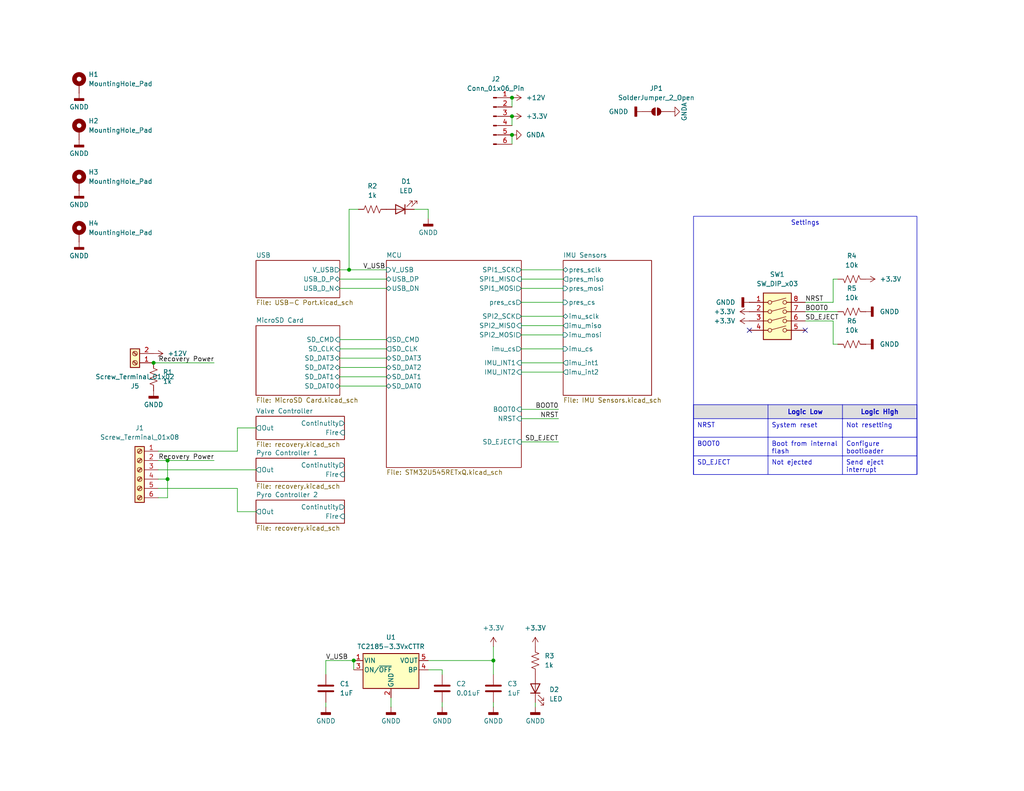
<source format=kicad_sch>
(kicad_sch (version 20250114) (generator "eeschema") (generator_version "9.0")
  (paper "USLetter")
  (title_block (title "Control Module") (date "2025-04-10") (rev "1") (company "Rowan Rocketry"))
  (lib_symbols
    (symbol "Connector:Conn_01x06_Pin" (pin_names (offset 1.016) (hide yes))
      (property "Reference" "J" (at 0 7.62 0))
      (property "Value" "Conn_01x06_Pin" (at 0 -10.16 0))
      (symbol "Conn_01x06_Pin_1_1"
        (rectangle (start 0.8636 5.207) (end 0 4.953) (stroke (width 0.1524)) (fill (type outline)))
        (rectangle (start 0.8636 2.667) (end 0 2.413) (stroke (width 0.1524)) (fill (type outline)))
        (rectangle (start 0.8636 0.127) (end 0 -0.127) (stroke (width 0.1524)) (fill (type outline)))
        (rectangle (start 0.8636 -2.413) (end 0 -2.667) (stroke (width 0.1524)) (fill (type outline)))
        (rectangle (start 0.8636 -4.953) (end 0 -5.207) (stroke (width 0.1524)) (fill (type outline)))
        (rectangle (start 0.8636 -7.493) (end 0 -7.747) (stroke (width 0.1524)) (fill (type outline)))
        (polyline (pts (xy 1.27 5.08) (xy 0.8636 5.08)) (stroke (width 0.1524)))
        (polyline (pts (xy 1.27 2.54) (xy 0.8636 2.54)) (stroke (width 0.1524)))
        (polyline (pts (xy 1.27 0) (xy 0.8636 0)) (stroke (width 0.1524)))
        (polyline (pts (xy 1.27 -2.54) (xy 0.8636 -2.54)) (stroke (width 0.1524)))
        (polyline (pts (xy 1.27 -5.08) (xy 0.8636 -5.08)) (stroke (width 0.1524)))
        (polyline (pts (xy 1.27 -7.62) (xy 0.8636 -7.62)) (stroke (width 0.1524)))
        (pin passive line (at 5.08 5.08 180) (length 3.81) (name "Pin_1") (number "1"))
        (pin passive line (at 5.08 2.54 180) (length 3.81) (name "Pin_2") (number "2"))
        (pin passive line (at 5.08 0 180) (length 3.81) (name "Pin_3") (number "3"))
        (pin passive line (at 5.08 -2.54 180) (length 3.81) (name "Pin_4") (number "4"))
        (pin passive line (at 5.08 -5.08 180) (length 3.81) (name "Pin_5") (number "5"))
        (pin passive line (at 5.08 -7.62 180) (length 3.81) (name "Pin_6") (number "6"))
      )
    )
    (symbol "Connector:Screw_Terminal_01x02" (pin_names (offset 1.016) (hide yes))
      (property "Reference" "J" (at 0 2.54 0))
      (property "Value" "Screw_Terminal_01x02" (at 0 -5.08 0))
      (symbol "Screw_Terminal_01x02_1_1"
        (rectangle (start -1.27 1.27) (end 1.27 -3.81) (stroke (width 0.254)) (fill (type background)))
        (polyline (pts (xy -0.5334 0.3302) (xy 0.3302 -0.508)) (stroke (width 0.1524)))
        (polyline (pts (xy -0.5334 -2.2098) (xy 0.3302 -3.048)) (stroke (width 0.1524)))
        (polyline (pts (xy -0.3556 0.508) (xy 0.508 -0.3302)) (stroke (width 0.1524)))
        (polyline (pts (xy -0.3556 -2.032) (xy 0.508 -2.8702)) (stroke (width 0.1524)))
        (circle (center 0 0) (radius 0.635) (stroke (width 0.1524)))
        (circle (center 0 -2.54) (radius 0.635) (stroke (width 0.1524)))
        (pin passive line (at -5.08 0 0) (length 3.81) (name "Pin_1") (number "1"))
        (pin passive line (at -5.08 -2.54 0) (length 3.81) (name "Pin_2") (number "2"))
      )
    )
    (symbol "Connector:Screw_Terminal_01x06" (pin_names (offset 1.016) (hide yes))
      (property "Reference" "J" (at 0 7.62 0))
      (property "Value" "Screw_Terminal_01x06" (at 0 -10.16 0))
      (symbol "Screw_Terminal_01x06_1_1"
        (rectangle (start -1.27 6.35) (end 1.27 -8.89) (stroke (width 0.254)) (fill (type background)))
        (polyline (pts (xy -0.5334 5.4102) (xy 0.3302 4.572)) (stroke (width 0.1524)))
        (polyline (pts (xy -0.5334 2.8702) (xy 0.3302 2.032)) (stroke (width 0.1524)))
        (polyline (pts (xy -0.5334 0.3302) (xy 0.3302 -0.508)) (stroke (width 0.1524)))
        (polyline (pts (xy -0.5334 -2.2098) (xy 0.3302 -3.048)) (stroke (width 0.1524)))
        (polyline (pts (xy -0.5334 -4.7498) (xy 0.3302 -5.588)) (stroke (width 0.1524)))
        (polyline (pts (xy -0.5334 -7.2898) (xy 0.3302 -8.128)) (stroke (width 0.1524)))
        (polyline (pts (xy -0.3556 5.588) (xy 0.508 4.7498)) (stroke (width 0.1524)))
        (polyline (pts (xy -0.3556 3.048) (xy 0.508 2.2098)) (stroke (width 0.1524)))
        (polyline (pts (xy -0.3556 0.508) (xy 0.508 -0.3302)) (stroke (width 0.1524)))
        (polyline (pts (xy -0.3556 -2.032) (xy 0.508 -2.8702)) (stroke (width 0.1524)))
        (polyline (pts (xy -0.3556 -4.572) (xy 0.508 -5.4102)) (stroke (width 0.1524)))
        (polyline (pts (xy -0.3556 -7.112) (xy 0.508 -7.9502)) (stroke (width 0.1524)))
        (circle (center 0 5.08) (radius 0.635) (stroke (width 0.1524)))
        (circle (center 0 2.54) (radius 0.635) (stroke (width 0.1524)))
        (circle (center 0 0) (radius 0.635) (stroke (width 0.1524)))
        (circle (center 0 -2.54) (radius 0.635) (stroke (width 0.1524)))
        (circle (center 0 -5.08) (radius 0.635) (stroke (width 0.1524)))
        (circle (center 0 -7.62) (radius 0.635) (stroke (width 0.1524)))
        (pin passive line (at -5.08 5.08 0) (length 3.81) (name "Pin_1") (number "1"))
        (pin passive line (at -5.08 2.54 0) (length 3.81) (name "Pin_2") (number "2"))
        (pin passive line (at -5.08 0 0) (length 3.81) (name "Pin_3") (number "3"))
        (pin passive line (at -5.08 -2.54 0) (length 3.81) (name "Pin_4") (number "4"))
        (pin passive line (at -5.08 -5.08 0) (length 3.81) (name "Pin_5") (number "5"))
        (pin passive line (at -5.08 -7.62 0) (length 3.81) (name "Pin_6") (number "6"))
      )
    )
    (symbol "Device:C" (pin_numbers (hide yes)) (pin_names (offset 0.254))
      (property "Reference" "C" (at 0.635 2.54 0))
      (property "Value" "C" (at 0.635 -2.54 0))
      (symbol "C_0_1"
        (polyline (pts (xy -2.032 0.762) (xy 2.032 0.762)) (stroke (width 0.508)))
        (polyline (pts (xy -2.032 -0.762) (xy 2.032 -0.762)) (stroke (width 0.508)))
      )
      (symbol "C_1_1"
        (pin passive line (at 0 3.81 270) (length 2.794) (name "~") (number "1"))
        (pin passive line (at 0 -3.81 90) (length 2.794) (name "~") (number "2"))
      )
    )
    (symbol "Device:LED" (pin_numbers (hide yes)) (pin_names (offset 1.016) (hide yes))
      (property "Reference" "D" (at 0 2.54 0))
      (property "Value" "LED" (at 0 -2.54 0))
      (symbol "LED_0_1"
        (polyline (pts (xy -3.048 -0.762) (xy -4.572 -2.286) (xy -3.81 -2.286) (xy -4.572 -2.286) (xy -4.572 -1.524)))
        (polyline (pts (xy -1.778 -0.762) (xy -3.302 -2.286) (xy -2.54 -2.286) (xy -3.302 -2.286) (xy -3.302 -1.524)))
        (polyline (pts (xy -1.27 0) (xy 1.27 0)))
        (polyline (pts (xy -1.27 -1.27) (xy -1.27 1.27)) (stroke (width 0.254)))
        (polyline (pts (xy 1.27 -1.27) (xy 1.27 1.27) (xy -1.27 0) (xy 1.27 -1.27)) (stroke (width 0.254)))
      )
      (symbol "LED_1_1"
        (pin passive line (at -3.81 0 0) (length 2.54) (name "K") (number "1"))
        (pin passive line (at 3.81 0 180) (length 2.54) (name "A") (number "2"))
      )
    )
    (symbol "Device:R_US" (pin_numbers (hide yes)) (pin_names (offset 0))
      (property "Reference" "R" (at 2.54 0 90))
      (property "Value" "R_US" (at -2.54 0 90))
      (symbol "R_US_0_1"
        (polyline (pts (xy 0 2.286) (xy 0 2.54)))
        (polyline (pts (xy 0 2.286) (xy 1.016 1.905) (xy 0 1.524) (xy -1.016 1.143) (xy 0 0.762)))
        (polyline (pts (xy 0 0.762) (xy 1.016 0.381) (xy 0 0) (xy -1.016 -0.381) (xy 0 -0.762)))
        (polyline (pts (xy 0 -0.762) (xy 1.016 -1.143) (xy 0 -1.524) (xy -1.016 -1.905) (xy 0 -2.286)))
        (polyline (pts (xy 0 -2.286) (xy 0 -2.54)))
      )
      (symbol "R_US_1_1"
        (pin passive line (at 0 3.81 270) (length 1.27) (name "~") (number "1"))
        (pin passive line (at 0 -3.81 90) (length 1.27) (name "~") (number "2"))
      )
    )
    (symbol "Jumper:SolderJumper_2_Open" (pin_numbers (hide yes)) (pin_names (offset 0) (hide yes)) (in_bom no)
      (property "Reference" "JP" (at 0 2.032 0))
      (property "Value" "SolderJumper_2_Open" (at 0 -2.54 0))
      (symbol "SolderJumper_2_Open_0_1"
        (polyline (pts (xy -0.254 1.016) (xy -0.254 -1.016)))
        (arc (start -0.254 -1.016) (mid -1.2656 0) (end -0.254 1.016))
        (arc (start -0.254 -1.016) (mid -1.2656 0) (end -0.254 1.016) (fill (type outline)))
        (arc (start 0.254 1.016) (mid 1.2656 0) (end 0.254 -1.016))
        (arc (start 0.254 1.016) (mid 1.2656 0) (end 0.254 -1.016) (fill (type outline)))
        (polyline (pts (xy 0.254 1.016) (xy 0.254 -1.016)))
      )
      (symbol "SolderJumper_2_Open_1_1"
        (pin passive line (at -3.81 0 0) (length 2.54) (name "A") (number "1"))
        (pin passive line (at 3.81 0 180) (length 2.54) (name "B") (number "2"))
      )
    )
    (symbol "Mechanical:MountingHole_Pad" (pin_numbers (hide yes)) (pin_names (offset 1.016) (hide yes)) (exclude_from_sim yes) (in_bom no)
      (property "Reference" "H" (at 0 6.35 0))
      (property "Value" "MountingHole_Pad" (at 0 4.445 0))
      (symbol "MountingHole_Pad_0_1"
        (circle (center 0 1.27) (radius 1.27) (stroke (width 1.27)))
      )
      (symbol "MountingHole_Pad_1_1"
        (pin input line (at 0 -2.54 90) (length 2.54) (name "1") (number "1"))
      )
    )
    (symbol "Regulator_Linear:TC2185-3.3VxCTTR" (pin_names (offset 0.254))
      (property "Reference" "U" (at -6.35 5.715 0))
      (property "Value" "TC2185-3.3VxCTTR" (at 0 5.715 0))
      (symbol "TC2185-3.3VxCTTR_0_1"
        (rectangle (start -7.62 -5.08) (end 7.62 4.445) (stroke (width 0.254)) (fill (type background)))
      )
      (symbol "TC2185-3.3VxCTTR_1_1"
        (pin power_in line (at -10.16 2.54 0) (length 2.54) (name "VIN") (number "1"))
        (pin input line (at -10.16 0 0) (length 2.54) (name "ON/~{OFF}") (number "3"))
        (pin power_in line (at 0 -7.62 90) (length 2.54) (name "GND") (number "2"))
        (pin power_out line (at 10.16 2.54 180) (length 2.54) (name "VOUT") (number "5"))
        (pin input line (at 10.16 0 180) (length 2.54) (name "BP") (number "4"))
      )
    )
    (symbol "Switch:SW_DIP_x04" (pin_names (offset 0) (hide yes))
      (property "Reference" "SW" (at 0 8.89 0))
      (property "Value" "SW_DIP_x04" (at 0 -6.35 0))
      (symbol "SW_DIP_x04_0_0"
        (circle (center -2.032 5.08) (radius 0.508))
        (circle (center -2.032 2.54) (radius 0.508))
        (circle (center -2.032 0) (radius 0.508))
        (circle (center -2.032 -2.54) (radius 0.508))
        (polyline (pts (xy -1.524 5.207) (xy 2.3622 6.2484)))
        (polyline (pts (xy -1.524 2.667) (xy 2.3622 3.7084)))
        (polyline (pts (xy -1.524 0.127) (xy 2.3622 1.1684)))
        (polyline (pts (xy -1.524 -2.3876) (xy 2.3622 -1.3462)))
        (circle (center 2.032 5.08) (radius 0.508))
        (circle (center 2.032 2.54) (radius 0.508))
        (circle (center 2.032 0) (radius 0.508))
        (circle (center 2.032 -2.54) (radius 0.508))
      )
      (symbol "SW_DIP_x04_0_1"
        (rectangle (start -3.81 7.62) (end 3.81 -5.08) (stroke (width 0.254)) (fill (type background)))
      )
      (symbol "SW_DIP_x04_1_1"
        (pin passive line (at -7.62 5.08 0) (length 5.08) (name "~") (number "1"))
        (pin passive line (at -7.62 2.54 0) (length 5.08) (name "~") (number "2"))
        (pin passive line (at -7.62 0 0) (length 5.08) (name "~") (number "3"))
        (pin passive line (at -7.62 -2.54 0) (length 5.08) (name "~") (number "4"))
        (pin passive line (at 7.62 5.08 180) (length 5.08) (name "~") (number "8"))
        (pin passive line (at 7.62 2.54 180) (length 5.08) (name "~") (number "7"))
        (pin passive line (at 7.62 0 180) (length 5.08) (name "~") (number "6"))
        (pin passive line (at 7.62 -2.54 180) (length 5.08) (name "~") (number "5"))
      )
    )
    (symbol "power:+12V" (power) (pin_numbers (hide yes)) (pin_names (offset 0) (hide yes))
      (property "Value" "+12V" (at 0 3.556 0))
      (symbol "+12V_0_1"
        (polyline (pts (xy -0.762 1.27) (xy 0 2.54)))
        (polyline (pts (xy 0 2.54) (xy 0.762 1.27)))
        (polyline (pts (xy 0 0) (xy 0 2.54)))
      )
      (symbol "+12V_1_1"
        (pin power_in line (at 0 0 90) (length 0) (name "~") (number "1"))
      )
    )
    (symbol "power:+3.3V" (power) (pin_numbers (hide yes)) (pin_names (offset 0) (hide yes))
      (property "Value" "+3.3V" (at 0 3.556 0))
      (symbol "+3.3V_0_1"
        (polyline (pts (xy -0.762 1.27) (xy 0 2.54)))
        (polyline (pts (xy 0 2.54) (xy 0.762 1.27)))
        (polyline (pts (xy 0 0) (xy 0 2.54)))
      )
      (symbol "+3.3V_1_1"
        (pin power_in line (at 0 0 90) (length 0) (name "~") (number "1"))
      )
    )
    (symbol "power:GNDA" (power) (pin_numbers (hide yes)) (pin_names (offset 0) (hide yes))
      (property "Value" "GNDA" (at 0 -3.81 0))
      (symbol "GNDA_0_1"
        (polyline (pts (xy 0 0) (xy 0 -1.27) (xy 1.27 -1.27) (xy 0 -2.54) (xy -1.27 -1.27) (xy 0 -1.27)))
      )
      (symbol "GNDA_1_1"
        (pin power_in line (at 0 0 270) (length 0) (name "~") (number "1"))
      )
    )
    (symbol "power:GNDD" (power) (pin_numbers (hide yes)) (pin_names (offset 0) (hide yes))
      (property "Value" "GNDD" (at 0 -3.175 0))
      (symbol "GNDD_0_1"
        (rectangle (start -1.27 -1.524) (end 1.27 -2.032) (stroke (width 0.254)) (fill (type outline)))
        (polyline (pts (xy 0 0) (xy 0 -1.524)))
      )
      (symbol "GNDD_1_1"
        (pin power_in line (at 0 0 270) (length 0) (name "~") (number "1"))
      )
    )
  )
  (rectangle (start 189.23 59.055) (end 250.19 129.54))
  (text "Settings" (at 219.71 60.96 0) (effects (font (size 1.27 1.27))))
  (junction (at 139.7 26.67))
  (junction (at 96.52 180.34))
  (junction (at 45.72 125.73))
  (junction (at 45.72 130.81))
  (junction (at 139.7 36.83))
  (junction (at 139.7 31.75))
  (junction (at 95.25 73.66))
  (junction (at 134.62 180.34))
  (junction (at 41.91 99.06))
  (no_connect (at 219.71 90.17))
  (no_connect (at 204.47 90.17))
  (wire (pts (xy 142.24 86.36) (xy 153.67 86.36)))
  (wire (pts (xy 64.77 123.19) (xy 64.77 116.84)))
  (wire (pts (xy 227.33 93.98) (xy 228.6 93.98)))
  (wire (pts (xy 227.33 76.2) (xy 227.33 82.55)))
  (wire (pts (xy 64.77 139.7) (xy 64.77 133.35)))
  (wire (pts (xy 116.84 59.69) (xy 116.84 57.15)))
  (wire (pts (xy 106.68 193.04) (xy 106.68 190.5)))
  (wire (pts (xy 64.77 133.35) (xy 43.18 133.35)))
  (wire (pts (xy 45.72 135.89) (xy 45.72 130.81)))
  (wire (pts (xy 58.42 99.06) (xy 41.91 99.06)))
  (wire (pts (xy 92.71 105.41) (xy 105.41 105.41)))
  (wire (pts (xy 142.24 91.44) (xy 153.67 91.44)))
  (wire (pts (xy 134.62 191.77) (xy 134.62 193.04)))
  (wire (pts (xy 134.62 176.53) (xy 134.62 180.34)))
  (wire (pts (xy 116.84 182.88) (xy 120.65 182.88)))
  (wire (pts (xy 92.71 78.74) (xy 105.41 78.74)))
  (wire (pts (xy 227.33 87.63) (xy 219.71 87.63)))
  (wire (pts (xy 134.62 180.34) (xy 134.62 184.15)))
  (wire (pts (xy 88.9 184.15) (xy 88.9 180.34)))
  (wire (pts (xy 88.9 180.34) (xy 96.52 180.34)))
  (wire (pts (xy 152.4 111.76) (xy 142.24 111.76)))
  (wire (pts (xy 43.18 130.81) (xy 45.72 130.81)))
  (wire (pts (xy 142.24 76.2) (xy 153.67 76.2)))
  (wire (pts (xy 69.85 139.7) (xy 64.77 139.7)))
  (wire (pts (xy 139.7 26.67) (xy 139.7 29.21)))
  (wire (pts (xy 120.65 182.88) (xy 120.65 184.15)))
  (wire (pts (xy 43.18 135.89) (xy 45.72 135.89)))
  (wire (pts (xy 92.71 76.2) (xy 105.41 76.2)))
  (wire (pts (xy 45.72 125.73) (xy 58.42 125.73)))
  (wire (pts (xy 227.33 93.98) (xy 227.33 87.63)))
  (wire (pts (xy 227.33 82.55) (xy 219.71 82.55)))
  (wire (pts (xy 139.7 36.83) (xy 139.7 39.37)))
  (wire (pts (xy 43.18 125.73) (xy 45.72 125.73)))
  (wire (pts (xy 64.77 116.84) (xy 69.85 116.84)))
  (wire (pts (xy 219.71 85.09) (xy 228.6 85.09)))
  (wire (pts (xy 92.71 100.33) (xy 105.41 100.33)))
  (wire (pts (xy 142.24 73.66) (xy 153.67 73.66)))
  (wire (pts (xy 142.24 101.6) (xy 153.67 101.6)))
  (wire (pts (xy 142.24 82.55) (xy 153.67 82.55)))
  (wire (pts (xy 92.71 95.25) (xy 105.41 95.25)))
  (wire (pts (xy 116.84 57.15) (xy 113.03 57.15)))
  (wire (pts (xy 120.65 193.04) (xy 120.65 191.77)))
  (wire (pts (xy 95.25 57.15) (xy 95.25 73.66)))
  (wire (pts (xy 97.79 57.15) (xy 95.25 57.15)))
  (wire (pts (xy 92.71 73.66) (xy 95.25 73.66)))
  (wire (pts (xy 45.72 130.81) (xy 45.72 125.73)))
  (wire (pts (xy 142.24 78.74) (xy 153.67 78.74)))
  (wire (pts (xy 146.05 193.04) (xy 146.05 191.77)))
  (wire (pts (xy 43.18 128.27) (xy 69.85 128.27)))
  (wire (pts (xy 88.9 191.77) (xy 88.9 193.04)))
  (wire (pts (xy 152.4 114.3) (xy 142.24 114.3)))
  (wire (pts (xy 92.71 92.71) (xy 105.41 92.71)))
  (wire (pts (xy 142.24 95.25) (xy 153.67 95.25)))
  (wire (pts (xy 92.71 97.79) (xy 105.41 97.79)))
  (wire (pts (xy 116.84 180.34) (xy 134.62 180.34)))
  (wire (pts (xy 96.52 180.34) (xy 96.52 182.88)))
  (wire (pts (xy 142.24 99.06) (xy 153.67 99.06)))
  (wire (pts (xy 152.4 120.65) (xy 142.24 120.65)))
  (wire (pts (xy 139.7 31.75) (xy 139.7 34.29)))
  (wire (pts (xy 43.18 123.19) (xy 64.77 123.19)))
  (wire (pts (xy 92.71 102.87) (xy 105.41 102.87)))
  (wire (pts (xy 142.24 88.9) (xy 153.67 88.9)))
  (wire (pts (xy 227.33 76.2) (xy 228.6 76.2)))
  (wire (pts (xy 95.25 73.66) (xy 105.41 73.66)))
  (table (column_count 3) (border (external yes) (header yes)) (separators (rows yes) (cols yes)) (column_widths 20.32 20.32 20.32) (row_heights 3.81 5.08 5.08 5.08) (cells (table_cell "" (at 189.23 110.49 0) (size 20.32 3.81) (margins 0.9525 0.9525 0.9525 0.9525) (span 1 1) (fill (type color) (color 0 0 0 0.1254901961))) (table_cell "Logic Low" (at 209.55 110.49 0) (size 20.32 3.81) (margins 0.9525 0.9525 0.9525 0.9525) (span 1 1) (fill (type color) (color 0 0 0 0.1254901961))) (table_cell "Logic High" (at 229.87 110.49 0) (size 20.32 3.81) (margins 0.9525 0.9525 0.9525 0.9525) (span 1 1) (fill (type color) (color 0 0 0 0.1254901961))) (table_cell "NRST" (at 189.23 114.3 0) (size 20.32 5.08) (margins 0.9525 0.9525 0.9525 0.9525) (span 1 1)) (table_cell "System reset" (at 209.55 114.3 0) (size 20.32 5.08) (margins 0.9525 0.9525 0.9525 0.9525) (span 1 1)) (table_cell "Not resetting" (at 229.87 114.3 0) (size 20.32 5.08) (margins 0.9525 0.9525 0.9525 0.9525) (span 1 1)) (table_cell "BOOT0" (at 189.23 119.38 0) (size 20.32 5.08) (margins 0.9525 0.9525 0.9525 0.9525) (span 1 1)) (table_cell "Boot from internal flash" (at 209.55 119.38 0) (size 20.32 5.08) (margins 0.9525 0.9525 0.9525 0.9525) (span 1 1)) (table_cell "Configure bootloader" (at 229.87 119.38 0) (size 20.32 5.08) (margins 0.9525 0.9525 0.9525 0.9525) (span 1 1)) (table_cell "SD_EJECT" (at 189.23 124.46 0) (size 20.32 5.08) (margins 0.9525 0.9525 0.9525 0.9525) (span 1 1)) (table_cell "Not ejected" (at 209.55 124.46 0) (size 20.32 5.08) (margins 0.9525 0.9525 0.9525 0.9525) (span 1 1)) (table_cell "Send eject interrupt" (at 229.87 124.46 0) (size 20.32 5.08) (margins 0.9525 0.9525 0.9525 0.9525) (span 1 1))))
  (label "SD_EJECT" (at 219.71 87.63 0))
  (label "Recovery Power" (at 58.42 125.73 180))
  (label "SD_EJECT" (at 152.4 120.65 180))
  (label "V_USB" (at 99.06 73.66 0))
  (label "NRST" (at 152.4 114.3 180))
  (label "V_USB" (at 88.9 180.34 0))
  (label "BOOT0" (at 219.71 85.09 0))
  (label "NRST" (at 219.71 82.55 0))
  (label "Recovery Power" (at 58.42 99.06 180))
  (label "BOOT0" (at 152.4 111.76 180))
  (symbol (lib_id "power:GNDD") (at 41.91 106.68 0) (unit 1)
    (property "Reference" "#PWR06" (effects (hide yes)))
    (property "Value" "GNDD" (at 41.91 110.49 0))
    (property "Description" "Power symbol creates a global label with name \"GNDD\" , digital ground" (effects (hide yes)))
  )
  (symbol (lib_id "Mechanical:MountingHole_Pad") (at 21.59 49.53 0) (unit 1) (exclude_from_sim yes) (in_bom no)
    (property "Reference" "H3" (at 24.13 46.9899 0) (effects (justify left)))
    (property "Value" "MountingHole_Pad" (at 24.13 49.5299 0) (effects (justify left)))
    (property "Footprint" "MountingHole:MountingHole_3.2mm_M3_Pad_Via" (effects (hide yes)))
    (property "Description" "Mounting Hole with connection" (effects (hide yes)))
  )
  (symbol (lib_id "power:GNDD") (at 21.59 66.04 0) (unit 1)
    (property "Reference" "#PWR04" (effects (hide yes)))
    (property "Value" "GNDD" (at 21.59 69.85 0))
    (property "Description" "Power symbol creates a global label with name \"GNDD\" , digital ground" (effects (hide yes)))
  )
  (symbol (lib_id "power:GNDD") (at 134.62 193.04 0) (unit 1)
    (property "Reference" "#PWR015" (effects (hide yes)))
    (property "Value" "GNDD" (at 134.62 196.85 0))
    (property "Description" "Power symbol creates a global label with name \"GNDD\" , digital ground" (effects (hide yes)))
  )
  (symbol (lib_id "Mechanical:MountingHole_Pad") (at 21.59 22.86 0) (unit 1) (exclude_from_sim yes) (in_bom no)
    (property "Reference" "H1" (at 24.13 20.3199 0) (effects (justify left)))
    (property "Value" "MountingHole_Pad" (at 24.13 22.8599 0) (effects (justify left)))
    (property "Footprint" "MountingHole:MountingHole_3.2mm_M3_Pad_Via" (effects (hide yes)))
    (property "Description" "Mounting Hole with connection" (effects (hide yes)))
  )
  (symbol (lib_id "power:GNDD") (at 236.22 93.98 90) (unit 1)
    (property "Reference" "#PWR028" (effects (hide yes)))
    (property "Value" "GNDD" (at 240.03 93.9799 90) (effects (justify right)))
    (property "Description" "Power symbol creates a global label with name \"GNDD\" , digital ground" (effects (hide yes)))
  )
  (symbol (lib_id "power:+3.3V") (at 204.47 87.63 90) (unit 1)
    (property "Reference" "#PWR025" (effects (hide yes)))
    (property "Value" "+3.3V" (at 200.66 87.6299 90) (effects (justify left)))
    (property "Description" "Power symbol creates a global label with name \"+3.3V\"" (effects (hide yes)))
  )
  (symbol (lib_id "power:GNDD") (at 21.59 25.4 0) (unit 1)
    (property "Reference" "#PWR01" (effects (hide yes)))
    (property "Value" "GNDD" (at 21.59 29.21 0))
    (property "Description" "Power symbol creates a global label with name \"GNDD\" , digital ground" (effects (hide yes)))
  )
  (symbol (lib_id "Device:R_US") (at 232.41 85.09 90) (mirror x) (unit 1)
    (property "Reference" "R5" (at 232.41 78.74 90))
    (property "Value" "10k" (at 232.41 81.28 90))
    (property "Footprint" "Resistor_SMD:R_0603_1608Metric_Pad0.98x0.95mm_HandSolder" (effects (hide yes)))
    (property "Description" "Resistor, US symbol" (effects (hide yes)))
  )
  (symbol (lib_id "power:GNDD") (at 204.47 82.55 270) (unit 1)
    (property "Reference" "#PWR023" (effects (hide yes)))
    (property "Value" "GNDD" (at 200.66 82.5499 90) (effects (justify right)))
    (property "Description" "Power symbol creates a global label with name \"GNDD\" , digital ground" (effects (hide yes)))
  )
  (symbol (lib_id "Regulator_Linear:TC2185-3.3VxCTTR") (at 106.68 182.88 0) (unit 1)
    (property "Reference" "U1" (at 106.68 173.99 0))
    (property "Value" "TC2185-3.3VxCTTR" (at 106.68 176.53 0))
    (property "Footprint" "Package_TO_SOT_SMD:SOT-23-5" (effects (hide yes)))
    (property "Datasheet" "http://ww1.microchip.com/downloads/en/DeviceDoc/21662F.pdf" (effects (hide yes)))
    (property "Description" "3.3V 150mA CMOS LDO with Shutdown and Vref Bypass, SOT-23-5" (effects (hide yes)))
    (property "Purchase" "https://www.digikey.com/en/products/detail/microchip-technology/TC2185-3-3VCTTR/443217" (effects (hide yes)))
  )
  (symbol (lib_id "power:+12V") (at 41.91 96.52 270) (unit 1)
    (property "Reference" "#PWR05" (effects (hide yes)))
    (property "Value" "+12V" (at 45.72 96.5199 90) (effects (justify left)))
    (property "Description" "Power symbol creates a global label with name \"+12V\"" (effects (hide yes)))
  )
  (symbol (lib_id "power:+12V") (at 139.7 26.67 270) (unit 1)
    (property "Reference" "#PWR016" (effects (hide yes)))
    (property "Value" "+12V" (at 143.51 26.6699 90) (effects (justify left)))
    (property "Description" "Power symbol creates a global label with name \"+12V\"" (effects (hide yes)))
  )
  (symbol (lib_id "Mechanical:MountingHole_Pad") (at 21.59 63.5 0) (unit 1) (exclude_from_sim yes) (in_bom no)
    (property "Reference" "H4" (at 24.13 60.9599 0) (effects (justify left)))
    (property "Value" "MountingHole_Pad" (at 24.13 63.4999 0) (effects (justify left)))
    (property "Footprint" "MountingHole:MountingHole_3.2mm_M3_Pad_Via" (effects (hide yes)))
    (property "Description" "Mounting Hole with connection" (effects (hide yes)))
  )
  (symbol (lib_id "Device:LED") (at 109.22 57.15 180) (unit 1)
    (property "Reference" "D1" (at 110.8075 49.53 0))
    (property "Value" "LED" (at 110.8075 52.07 0))
    (property "Footprint" "LED_SMD:LED_0603_1608Metric" (effects (hide yes)))
    (property "Description" "Light emitting diode" (effects (hide yes)))
    (property "Sim.Pins" "1=K 2=A" (effects (hide yes)))
  )
  (symbol (lib_id "power:GNDD") (at 21.59 52.07 0) (unit 1)
    (property "Reference" "#PWR03" (effects (hide yes)))
    (property "Value" "GNDD" (at 21.59 55.88 0))
    (property "Description" "Power symbol creates a global label with name \"GNDD\" , digital ground" (effects (hide yes)))
  )
  (symbol (lib_id "Device:C") (at 120.65 187.96 0) (unit 1)
    (property "Reference" "C2" (at 124.46 186.6899 0) (effects (justify left)))
    (property "Value" "0.01uF" (at 124.46 189.2299 0) (effects (justify left)))
    (property "Footprint" "Capacitor_SMD:C_0603_1608Metric" (effects (hide yes)))
    (property "Description" "Unpolarized capacitor" (effects (hide yes)))
  )
  (symbol (lib_id "Connector:Conn_01x06_Pin") (at 134.62 31.75 0) (unit 1)
    (property "Reference" "J2" (at 135.255 21.59 0))
    (property "Value" "Conn_01x06_Pin" (at 135.255 24.13 0))
    (property "Footprint" "Connector_PinHeader_2.54mm:PinHeader_1x06_P2.54mm_Vertical" (effects (hide yes)))
    (property "Description" "Generic connector, single row, 01x06, script generated" (effects (hide yes)))
  )
  (symbol (lib_id "power:GNDD") (at 236.22 85.09 90) (unit 1)
    (property "Reference" "#PWR027" (effects (hide yes)))
    (property "Value" "GNDD" (at 240.03 85.0899 90) (effects (justify right)))
    (property "Description" "Power symbol creates a global label with name \"GNDD\" , digital ground" (effects (hide yes)))
  )
  (symbol (lib_id "Device:C") (at 134.62 187.96 0) (unit 1)
    (property "Reference" "C3" (at 138.43 186.6899 0) (effects (justify left)))
    (property "Value" "1uF" (at 138.43 189.2299 0) (effects (justify left)))
    (property "Footprint" "Capacitor_SMD:C_0603_1608Metric" (effects (hide yes)))
    (property "Description" "Unpolarized capacitor" (effects (hide yes)))
  )
  (symbol (lib_id "power:+3.3V") (at 146.05 176.53 0) (unit 1)
    (property "Reference" "#PWR019" (effects (hide yes)))
    (property "Value" "+3.3V" (at 146.05 171.45 0))
    (property "Description" "Power symbol creates a global label with name \"+3.3V\"" (effects (hide yes)))
  )
  (symbol (lib_id "Device:R_US") (at 146.05 180.34 0) (unit 1)
    (property "Reference" "R3" (at 148.59 179.0699 0) (effects (justify left)))
    (property "Value" "1k" (at 148.59 181.6099 0) (effects (justify left)))
    (property "Footprint" "Resistor_SMD:R_0603_1608Metric" (effects (hide yes)))
    (property "Description" "Resistor, US symbol" (effects (hide yes)))
  )
  (symbol (lib_id "Connector:Screw_Terminal_01x06") (at 38.1 128.27 0) (mirror y) (unit 1)
    (property "Reference" "J1" (at 38.1 116.84 0))
    (property "Value" "Screw_Terminal_01x08" (at 38.1 119.38 0))
    (property "Footprint" "TerminalBlock_Phoenix:TerminalBlock_Phoenix_MPT-0,5-6-2.54_1x06_P2.54mm_Horizontal" (effects (hide yes)))
    (property "Description" "Generic screw terminal, single row, 01x06, script generated (kicad-library-utils/schlib/autogen/connector/)" (effects (hide yes)))
  )
  (symbol (lib_id "power:+3.3V") (at 236.22 76.2 270) (unit 1)
    (property "Reference" "#PWR026" (effects (hide yes)))
    (property "Value" "+3.3V" (at 240.03 76.1999 90) (effects (justify left)))
    (property "Description" "Power symbol creates a global label with name \"+3.3V\"" (effects (hide yes)))
  )
  (symbol (lib_id "Device:R_US") (at 232.41 93.98 90) (mirror x) (unit 1)
    (property "Reference" "R6" (at 232.41 87.63 90))
    (property "Value" "10k" (at 232.41 90.17 90))
    (property "Footprint" "Resistor_SMD:R_0603_1608Metric_Pad0.98x0.95mm_HandSolder" (effects (hide yes)))
    (property "Description" "Resistor, US symbol" (effects (hide yes)))
  )
  (symbol (lib_id "power:GNDD") (at 175.26 30.48 270) (unit 1)
    (property "Reference" "#PWR021" (effects (hide yes)))
    (property "Value" "GNDD" (at 171.45 30.4799 90) (effects (justify right)))
    (property "Description" "Power symbol creates a global label with name \"GNDD\" , digital ground" (effects (hide yes)))
  )
  (symbol (lib_id "power:GNDD") (at 106.68 193.04 0) (unit 1)
    (property "Reference" "#PWR011" (effects (hide yes)))
    (property "Value" "GNDD" (at 106.68 196.85 0))
    (property "Description" "Power symbol creates a global label with name \"GNDD\" , digital ground" (effects (hide yes)))
  )
  (symbol (lib_id "Mechanical:MountingHole_Pad") (at 21.59 35.56 0) (unit 1) (exclude_from_sim yes) (in_bom no)
    (property "Reference" "H2" (at 24.13 33.0199 0) (effects (justify left)))
    (property "Value" "MountingHole_Pad" (at 24.13 35.5599 0) (effects (justify left)))
    (property "Footprint" "MountingHole:MountingHole_3.2mm_M3_Pad_Via" (effects (hide yes)))
    (property "Description" "Mounting Hole with connection" (effects (hide yes)))
  )
  (symbol (lib_id "power:GNDD") (at 116.84 59.69 0) (unit 1)
    (property "Reference" "#PWR012" (effects (hide yes)))
    (property "Value" "GNDD" (at 116.84 63.5 0))
    (property "Description" "Power symbol creates a global label with name \"GNDD\" , digital ground" (effects (hide yes)))
  )
  (symbol (lib_id "power:GNDA") (at 139.7 36.83 90) (unit 1)
    (property "Reference" "#PWR018" (effects (hide yes)))
    (property "Value" "GNDA" (at 143.51 36.8299 90) (effects (justify right)))
    (property "Description" "Power symbol creates a global label with name \"GNDA\" , analog ground" (effects (hide yes)))
  )
  (symbol (lib_id "power:GNDD") (at 146.05 193.04 0) (unit 1)
    (property "Reference" "#PWR020" (effects (hide yes)))
    (property "Value" "GNDD" (at 146.05 196.85 0))
    (property "Description" "Power symbol creates a global label with name \"GNDD\" , digital ground" (effects (hide yes)))
  )
  (symbol (lib_id "Device:R_US") (at 41.91 102.87 180) (unit 1)
    (property "Reference" "R1" (at 44.45 101.5999 0) (effects (justify right)))
    (property "Value" "1k" (at 44.45 104.1399 0) (effects (justify right)))
    (property "Footprint" "Resistor_SMD:R_0603_1608Metric" (effects (hide yes)))
    (property "Description" "Resistor, US symbol" (effects (hide yes)))
  )
  (symbol (lib_id "Device:LED") (at 146.05 187.96 90) (unit 1)
    (property "Reference" "D2" (at 149.86 188.2774 90) (effects (justify right)))
    (property "Value" "LED" (at 149.86 190.8174 90) (effects (justify right)))
    (property "Footprint" "LED_SMD:LED_0603_1608Metric" (effects (hide yes)))
    (property "Description" "Light emitting diode" (effects (hide yes)))
    (property "Sim.Pins" "1=K 2=A" (effects (hide yes)))
  )
  (symbol (lib_id "Device:R_US") (at 101.6 57.15 90) (unit 1)
    (property "Reference" "R2" (at 101.6 50.8 90))
    (property "Value" "1k" (at 101.6 53.34 90))
    (property "Footprint" "Resistor_SMD:R_0603_1608Metric" (effects (hide yes)))
    (property "Description" "Resistor, US symbol" (effects (hide yes)))
  )
  (symbol (lib_id "power:+3.3V") (at 134.62 176.53 0) (unit 1)
    (property "Reference" "#PWR014" (effects (hide yes)))
    (property "Value" "+3.3V" (at 134.62 171.45 0))
    (property "Description" "Power symbol creates a global label with name \"+3.3V\"" (effects (hide yes)))
  )
  (symbol (lib_id "power:GNDD") (at 88.9 193.04 0) (unit 1)
    (property "Reference" "#PWR08" (effects (hide yes)))
    (property "Value" "GNDD" (at 88.9 196.85 0))
    (property "Description" "Power symbol creates a global label with name \"GNDD\" , digital ground" (effects (hide yes)))
  )
  (symbol (lib_id "power:+3.3V") (at 139.7 31.75 270) (unit 1)
    (property "Reference" "#PWR017" (effects (hide yes)))
    (property "Value" "+3.3V" (at 143.51 31.7499 90) (effects (justify left)))
    (property "Description" "Power symbol creates a global label with name \"+3.3V\"" (effects (hide yes)))
  )
  (symbol (lib_id "Device:R_US") (at 232.41 76.2 90) (mirror x) (unit 1)
    (property "Reference" "R4" (at 232.41 69.85 90))
    (property "Value" "10k" (at 232.41 72.39 90))
    (property "Footprint" "Resistor_SMD:R_0603_1608Metric_Pad0.98x0.95mm_HandSolder" (effects (hide yes)))
    (property "Description" "Resistor, US symbol" (effects (hide yes)))
  )
  (symbol (lib_id "Device:C") (at 88.9 187.96 0) (unit 1)
    (property "Reference" "C1" (at 92.71 186.6899 0) (effects (justify left)))
    (property "Value" "1uF" (at 92.71 189.2299 0) (effects (justify left)))
    (property "Footprint" "Capacitor_SMD:C_0603_1608Metric" (effects (hide yes)))
    (property "Description" "Unpolarized capacitor" (effects (hide yes)))
  )
  (symbol (lib_id "power:GNDA") (at 182.88 30.48 90) (unit 1)
    (property "Reference" "#PWR022" (effects (hide yes)))
    (property "Value" "GNDA" (at 186.69 30.48 0))
    (property "Description" "Power symbol creates a global label with name \"GNDA\" , analog ground" (effects (hide yes)))
  )
  (symbol (lib_id "Jumper:SolderJumper_2_Open") (at 179.07 30.48 0) (unit 1) (in_bom no)
    (property "Reference" "JP1" (at 179.07 24.13 0))
    (property "Value" "SolderJumper_2_Open" (at 179.07 26.67 0))
    (property "Footprint" "Jumper:SolderJumper-2_P1.3mm_Open_RoundedPad1.0x1.5mm" (effects (hide yes)))
    (property "Description" "Solder Jumper, 2-pole, open" (effects (hide yes)))
  )
  (symbol (lib_id "Switch:SW_DIP_x04") (at 212.09 87.63 0) (unit 1)
    (property "Reference" "SW1" (at 212.09 74.93 0))
    (property "Value" "SW_DIP_x03" (at 212.09 77.47 0))
    (property "Footprint" "Button_Switch_SMD:SW_DIP_SPSTx04_Slide_Copal_CHS-04A_W5.08mm_P1.27mm_JPin" (effects (hide yes)))
    (property "Description" "4x DIP Switch, Single Pole Single Throw (SPST) switch, small symbol" (effects (hide yes)))
  )
  (symbol (lib_id "power:+3.3V") (at 204.47 85.09 90) (unit 1)
    (property "Reference" "#PWR024" (effects (hide yes)))
    (property "Value" "+3.3V" (at 200.66 85.0899 90) (effects (justify left)))
    (property "Description" "Power symbol creates a global label with name \"+3.3V\"" (effects (hide yes)))
  )
  (symbol (lib_id "Connector:Screw_Terminal_01x02") (at 36.83 99.06 180) (unit 1)
    (property "Reference" "J5" (at 36.83 105.41 0))
    (property "Value" "Screw_Terminal_01x02" (at 36.83 102.87 0))
    (property "Footprint" "TerminalBlock_Phoenix:TerminalBlock_Phoenix_MPT-0,5-2-2.54_1x02_P2.54mm_Horizontal" (effects (hide yes)))
    (property "Description" "Generic screw terminal, single row, 01x02, script generated (kicad-library-utils/schlib/autogen/connector/)" (effects (hide yes)))
  )
  (symbol (lib_id "power:GNDD") (at 120.65 193.04 0) (unit 1)
    (property "Reference" "#PWR013" (effects (hide yes)))
    (property "Value" "GNDD" (at 120.65 196.85 0))
    (property "Description" "Power symbol creates a global label with name \"GNDD\" , digital ground" (effects (hide yes)))
  )
  (symbol (lib_id "power:GNDD") (at 21.59 38.1 0) (unit 1)
    (property "Reference" "#PWR02" (effects (hide yes)))
    (property "Value" "GNDD" (at 21.59 41.91 0))
    (property "Description" "Power symbol creates a global label with name \"GNDD\" , digital ground" (effects (hide yes)))
  )
  (sheet (at 69.85 88.9) (size 22.86 19.05) (stroke (width 0.1524))
    (property "Sheetname" "MicroSD Card" (at 69.85 88.1884 0) (effects (justify left bottom)))
    (property "Sheetfile" "MicroSD Card.kicad_sch" (at 69.85 108.5346 0) (effects (justify left top)))
    (pin "SD_DAT3" bidirectional (at 92.71 97.79 0))
    (pin "SD_DAT1" bidirectional (at 92.71 102.87 0))
    (pin "SD_DAT2" bidirectional (at 92.71 100.33 0))
    (pin "SD_CMD" input (at 92.71 92.71 0))
    (pin "SD_CLK" input (at 92.71 95.25 0))
    (pin "SD_DAT0" bidirectional (at 92.71 105.41 0))
  )
  (sheet (at 69.85 136.525) (size 24.13 6.35) (stroke (width 0.1524))
    (property "Sheetname" "Pyro Controller 2" (at 69.85 135.8134 0) (effects (justify left bottom)))
    (property "Sheetfile" "recovery.kicad_sch" (at 69.85 143.4596 0) (effects (justify left top)))
    (pin "Continutity" output (at 93.98 138.43 0))
    (pin "Fire" input (at 93.98 140.97 0))
    (pin "Out" output (at 69.85 139.7 180))
  )
  (sheet (at 69.85 125.095) (size 24.13 6.35) (stroke (width 0.1524))
    (property "Sheetname" "Pyro Controller 1" (at 69.85 124.3834 0) (effects (justify left bottom)))
    (property "Sheetfile" "recovery.kicad_sch" (at 69.85 132.0296 0) (effects (justify left top)))
    (pin "Continutity" output (at 93.98 127 0))
    (pin "Fire" input (at 93.98 129.54 0))
    (pin "Out" output (at 69.85 128.27 180))
  )
  (sheet (at 69.85 113.665) (size 24.13 6.35) (stroke (width 0.1524))
    (property "Sheetname" "Valve Controller" (at 69.85 112.9534 0) (effects (justify left bottom)))
    (property "Sheetfile" "recovery.kicad_sch" (at 69.85 120.5996 0) (effects (justify left top)))
    (pin "Continutity" output (at 93.98 115.57 0))
    (pin "Fire" input (at 93.98 118.11 0))
    (pin "Out" output (at 69.85 116.84 180))
  )
  (sheet (at 105.41 71.12) (size 36.83 56.515) (stroke (width 0.1524))
    (property "Sheetname" "MCU" (at 105.41 70.4084 0) (effects (justify left bottom)))
    (property "Sheetfile" "STM32U545RETxQ.kicad_sch" (at 105.41 128.2196 0) (effects (justify left top)))
    (pin "USB_DP" bidirectional (at 105.41 76.2 180))
    (pin "SPI1_SCK" output (at 142.24 73.66 0))
    (pin "SPI1_MOSI" output (at 142.24 78.74 0))
    (pin "SPI2_SCK" output (at 142.24 86.36 0))
    (pin "USB_DN" bidirectional (at 105.41 78.74 180))
    (pin "SPI1_MISO" input (at 142.24 76.2 0))
    (pin "SPI2_MISO" input (at 142.24 88.9 0))
    (pin "SPI2_MOSI" output (at 142.24 91.44 0))
    (pin "V_USB" input (at 105.41 73.66 180))
    (pin "IMU_INT2" input (at 142.24 101.6 0))
    (pin "IMU_INT1" input (at 142.24 99.06 0))
    (pin "SD_CMD" output (at 105.41 92.71 180))
    (pin "SD_DAT3" bidirectional (at 105.41 97.79 180))
    (pin "SD_DAT1" bidirectional (at 105.41 102.87 180))
    (pin "SD_DAT2" bidirectional (at 105.41 100.33 180))
    (pin "SD_CLK" output (at 105.41 95.25 180))
    (pin "SD_DAT0" bidirectional (at 105.41 105.41 180))
    (pin "imu_cs" output (at 142.24 95.25 0))
    (pin "pres_cs" output (at 142.24 82.55 0))
    (pin "BOOT0" input (at 142.24 111.76 0))
    (pin "NRST" input (at 142.24 114.3 0))
    (pin "SD_EJECT" input (at 142.24 120.65 0))
  )
  (sheet (at 153.67 71.12) (size 24.13 36.83) (stroke (width 0.1524))
    (property "Sheetname" "IMU Sensors" (at 153.67 70.4084 0) (effects (justify left bottom)))
    (property "Sheetfile" "IMU Sensors.kicad_sch" (at 153.67 108.5346 0) (effects (justify left top)))
    (pin "pres_cs" input (at 153.67 82.55 180))
    (pin "imu_int2" output (at 153.67 101.6 180))
    (pin "imu_mosi" input (at 153.67 91.44 180))
    (pin "pres_sclk" bidirectional (at 153.67 73.66 180))
    (pin "imu_int1" output (at 153.67 99.06 180))
    (pin "imu_cs" input (at 153.67 95.25 180))
    (pin "imu_miso" output (at 153.67 88.9 180))
    (pin "pres_mosi" input (at 153.67 78.74 180))
    (pin "imu_sclk" bidirectional (at 153.67 86.36 180))
    (pin "pres_miso" output (at 153.67 76.2 180))
  )
  (sheet (at 69.85 71.12) (size 22.86 10.16) (stroke (width 0.1524))
    (property "Sheetname" "USB" (at 69.85 70.4084 0) (effects (justify left bottom)))
    (property "Sheetfile" "USB-C Port.kicad_sch" (at 69.85 81.8646 0) (effects (justify left top)))
    (pin "USB_D_N" bidirectional (at 92.71 78.74 0))
    (pin "USB_D_P" bidirectional (at 92.71 76.2 0))
    (pin "V_USB" output (at 92.71 73.66 0))
  )
)
</source>
